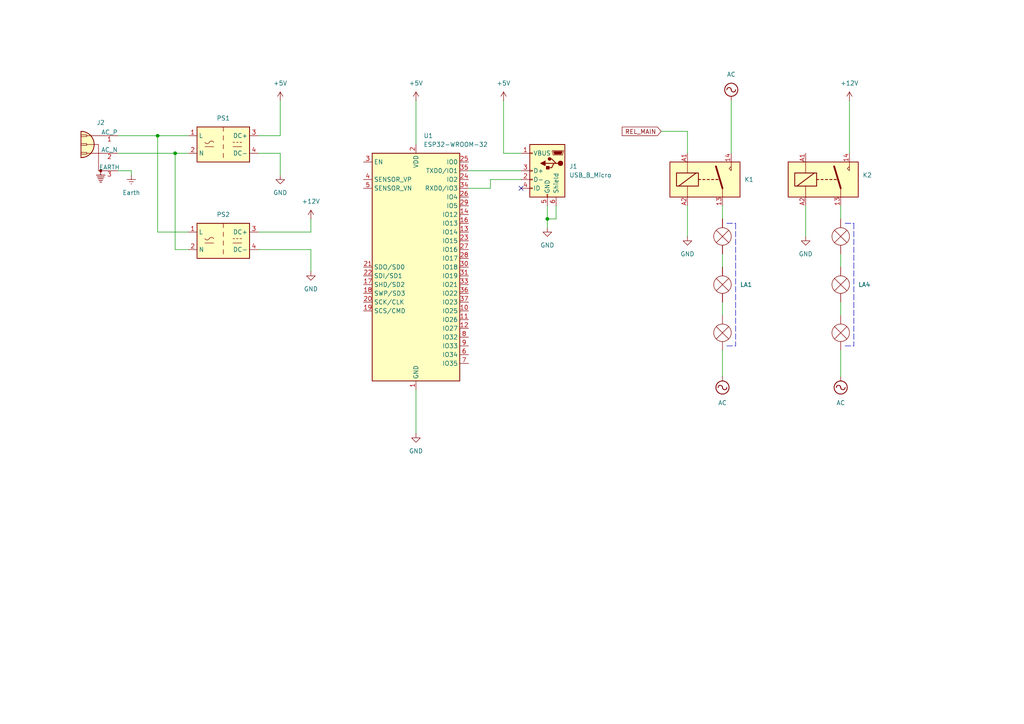
<source format=kicad_sch>
(kicad_sch (version 20231120) (generator "eeschema") (generator_version "8.0")
  (paper "A4")
  (title_block (title "Living module") (date "2024-08-29") (rev "0.1.0") (company "CircleLab Inc.") (comment 1 "Code version: 0.3.0"))
  (lib_symbols
    (symbol "Connector:Conn_WallSocket_Earth" (pin_names (offset 0))
      (property "Reference" "J" (at 3.81 6.985 0))
      (property "Value" "Conn_WallSocket_Earth" (at 7.62 2.54 90))
      (symbol "Conn_WallSocket_Earth_0_1"
        (circle (center 0 -5.08) (radius 0.3556) (fill (type outline)))
        (polyline (pts (xy -1.27 -6.35) (xy 1.27 -6.35)) (stroke (width 0.2032)))
        (polyline (pts (xy 0 -5.08) (xy 0 -6.35)) (stroke (width 0.2032)))
        (polyline (pts (xy 0.254 -8.382) (xy -0.254 -8.382)) (stroke (width 0.2032)))
        (polyline (pts (xy 0.508 -7.874) (xy -0.508 -7.874)) (stroke (width 0.2032)))
        (polyline (pts (xy 0.762 -7.366) (xy -0.762 -7.366)) (stroke (width 0.2032)))
        (polyline (pts (xy 1.016 -6.858) (xy -1.016 -6.858)) (stroke (width 0.2032)))
        (polyline (pts (xy 4.064 0) (xy 0 0)))
        (polyline (pts (xy 4.064 5.08) (xy 0 5.08)))
        (polyline (pts (xy 5.715 -1.27) (xy 5.715 6.35)) (stroke (width 0.254)))
        (polyline (pts (xy 0 -5.08) (xy 0.635 -5.08) (xy 0.635 2.54) (xy 4.064 2.54)))
        (rectangle (start 5.715 -0.254) (end 4.064 0.254))
        (rectangle (start 5.715 2.286) (end 4.064 2.794))
        (rectangle (start 5.715 4.826) (end 4.064 5.334))
        (arc (start 5.715 6.35) (mid 1.9216 2.54) (end 5.715 -1.27) (stroke (width 0.254)) (fill (type background)))
      )
      (symbol "Conn_WallSocket_Earth_1_1"
        (pin power_in line (at -5.08 5.08 0) (length 5.08) (name "AC_P") (number "1"))
        (pin power_in line (at -5.08 0 0) (length 5.08) (name "AC_N") (number "2"))
        (pin passive line (at -5.08 -5.08 0) (length 5.08) (name "EARTH") (number "3"))
      )
    )
    (symbol "Connector:USB_B_Micro" (pin_names (offset 1.016))
      (property "Reference" "J" (at -5.08 11.43 0))
      (property "Value" "USB_B_Micro" (at -5.08 8.89 0))
      (symbol "USB_B_Micro_0_1"
        (rectangle (start -5.08 -7.62) (end 5.08 7.62) (stroke (width 0.254)) (fill (type background)))
        (circle (center -3.81 2.159) (radius 0.635) (stroke (width 0.254)) (fill (type outline)))
        (circle (center -0.635 3.429) (radius 0.381) (stroke (width 0.254)) (fill (type outline)))
        (rectangle (start -0.127 -7.62) (end 0.127 -6.858))
        (polyline (pts (xy -1.905 2.159) (xy 0.635 2.159)) (stroke (width 0.254)))
        (polyline (pts (xy -3.175 2.159) (xy -2.54 2.159) (xy -1.27 3.429) (xy -0.635 3.429)) (stroke (width 0.254)))
        (polyline (pts (xy -2.54 2.159) (xy -1.905 2.159) (xy -1.27 0.889) (xy 0 0.889)) (stroke (width 0.254)))
        (polyline (pts (xy 0.635 2.794) (xy 0.635 1.524) (xy 1.905 2.159) (xy 0.635 2.794)) (stroke (width 0.254)) (fill (type outline)))
        (polyline (pts (xy -4.318 5.588) (xy -1.778 5.588) (xy -2.032 4.826) (xy -4.064 4.826) (xy -4.318 5.588)) (fill (type outline)))
        (polyline (pts (xy -4.699 5.842) (xy -4.699 5.588) (xy -4.445 4.826) (xy -4.445 4.572) (xy -1.651 4.572) (xy -1.651 4.826) (xy -1.397 5.588) (xy -1.397 5.842) (xy -4.699 5.842)))
        (rectangle (start 0.254 1.27) (end -0.508 0.508) (stroke (width 0.254)) (fill (type outline)))
        (rectangle (start 5.08 -5.207) (end 4.318 -4.953))
        (rectangle (start 5.08 -2.667) (end 4.318 -2.413))
        (rectangle (start 5.08 -0.127) (end 4.318 0.127))
        (rectangle (start 5.08 4.953) (end 4.318 5.207))
      )
      (symbol "USB_B_Micro_1_1"
        (pin power_out line (at 7.62 5.08 180) (length 2.54) (name "VBUS") (number "1"))
        (pin bidirectional line (at 7.62 -2.54 180) (length 2.54) (name "D-") (number "2"))
        (pin bidirectional line (at 7.62 0 180) (length 2.54) (name "D+") (number "3"))
        (pin passive line (at 7.62 -5.08 180) (length 2.54) (name "ID") (number "4"))
        (pin power_out line (at 0 -10.16 90) (length 2.54) (name "GND") (number "5"))
        (pin passive line (at -2.54 -10.16 90) (length 2.54) (name "Shield") (number "6"))
      )
    )
    (symbol "Converter_ACDC:VTX-214-010-103"
      (property "Reference" "PS" (at 0 8.89 0))
      (property "Value" "VTX-214-010-103" (at 0 6.35 0))
      (symbol "VTX-214-010-103_0_1"
        (rectangle (start -7.62 5.08) (end 7.62 -5.08) (stroke (width 0.254)) (fill (type background)))
        (arc (start -5.334 0.635) (mid -4.699 0.2495) (end -4.064 0.635))
        (arc (start -2.794 0.635) (mid -3.429 1.0072) (end -4.064 0.635))
        (polyline (pts (xy -5.334 -0.635) (xy -2.794 -0.635)))
        (polyline (pts (xy 2.794 -0.635) (xy 5.334 -0.635)))
        (polyline (pts (xy 2.794 0.635) (xy 3.302 0.635)))
        (polyline (pts (xy 3.81 0.635) (xy 4.318 0.635)))
        (polyline (pts (xy 4.826 0.635) (xy 5.334 0.635)))
      )
      (symbol "VTX-214-010-103_1_1"
        (polyline (pts (xy 0 -2.54) (xy 0 -3.81)))
        (polyline (pts (xy 0 0) (xy 0 -1.27)))
        (polyline (pts (xy 0 2.54) (xy 0 1.27)))
        (polyline (pts (xy 0 5.08) (xy 0 3.81)))
        (pin power_in line (at -10.16 2.54 0) (length 2.54) (name "L") (number "1"))
        (pin power_in line (at -10.16 -2.54 0) (length 2.54) (name "N") (number "2"))
        (pin power_out line (at 10.16 2.54 180) (length 2.54) (name "DC+") (number "3"))
        (pin power_out line (at 10.16 -2.54 180) (length 2.54) (name "DC-") (number "4"))
      )
    )
    (symbol "Device:Lamp" (pin_numbers hide) (pin_names (offset 0.0254) hide)
      (property "Reference" "LA" (at 0.635 3.81 0))
      (property "Value" "Lamp" (at 0.635 -3.81 0))
      (symbol "Lamp_0_1"
        (polyline (pts (xy -1.778 1.778) (xy 1.778 -1.778)))
        (polyline (pts (xy 1.778 1.778) (xy -1.778 -1.778)))
        (circle (center 0 0) (radius 2.54))
      )
      (symbol "Lamp_1_1"
        (pin passive line (at 0 -5.08 90) (length 2.54) (name "-") (number "1"))
        (pin passive line (at 0 5.08 270) (length 2.54) (name "+") (number "2"))
      )
    )
    (symbol "RF_Module:ESP32-WROOM-32"
      (property "Reference" "U" (at -12.7 34.29 0))
      (property "Value" "ESP32-WROOM-32" (at 1.27 34.29 0))
      (symbol "ESP32-WROOM-32_0_1"
        (rectangle (start -12.7 33.02) (end 12.7 -33.02) (stroke (width 0.254)) (fill (type background)))
      )
      (symbol "ESP32-WROOM-32_1_1"
        (pin power_in line (at 0 -35.56 90) (length 2.54) (name "GND") (number "1"))
        (pin bidirectional line (at 15.24 -12.7 180) (length 2.54) (name "IO25") (number "10"))
        (pin bidirectional line (at 15.24 -15.24 180) (length 2.54) (name "IO26") (number "11"))
        (pin bidirectional line (at 15.24 -17.78 180) (length 2.54) (name "IO27") (number "12"))
        (pin bidirectional line (at 15.24 10.16 180) (length 2.54) (name "IO14") (number "13"))
        (pin bidirectional line (at 15.24 15.24 180) (length 2.54) (name "IO12") (number "14"))
        (pin passive line (at 0 -35.56 90) (length 2.54) hide (name "GND") (number "15"))
        (pin bidirectional line (at 15.24 12.7 180) (length 2.54) (name "IO13") (number "16"))
        (pin bidirectional line (at -15.24 -5.08 0) (length 2.54) (name "SHD/SD2") (number "17"))
        (pin bidirectional line (at -15.24 -7.62 0) (length 2.54) (name "SWP/SD3") (number "18"))
        (pin bidirectional line (at -15.24 -12.7 0) (length 2.54) (name "SCS/CMD") (number "19"))
        (pin power_in line (at 0 35.56 270) (length 2.54) (name "VDD") (number "2"))
        (pin bidirectional line (at -15.24 -10.16 0) (length 2.54) (name "SCK/CLK") (number "20"))
        (pin bidirectional line (at -15.24 0 0) (length 2.54) (name "SDO/SD0") (number "21"))
        (pin bidirectional line (at -15.24 -2.54 0) (length 2.54) (name "SDI/SD1") (number "22"))
        (pin bidirectional line (at 15.24 7.62 180) (length 2.54) (name "IO15") (number "23"))
        (pin bidirectional line (at 15.24 25.4 180) (length 2.54) (name "IO2") (number "24"))
        (pin bidirectional line (at 15.24 30.48 180) (length 2.54) (name "IO0") (number "25"))
        (pin bidirectional line (at 15.24 20.32 180) (length 2.54) (name "IO4") (number "26"))
        (pin bidirectional line (at 15.24 5.08 180) (length 2.54) (name "IO16") (number "27"))
        (pin bidirectional line (at 15.24 2.54 180) (length 2.54) (name "IO17") (number "28"))
        (pin bidirectional line (at 15.24 17.78 180) (length 2.54) (name "IO5") (number "29"))
        (pin input line (at -15.24 30.48 0) (length 2.54) (name "EN") (number "3"))
        (pin bidirectional line (at 15.24 0 180) (length 2.54) (name "IO18") (number "30"))
        (pin bidirectional line (at 15.24 -2.54 180) (length 2.54) (name "IO19") (number "31"))
        (pin no_connect line (at -12.7 -27.94 0) (length 2.54) hide (name "NC") (number "32"))
        (pin bidirectional line (at 15.24 -5.08 180) (length 2.54) (name "IO21") (number "33"))
        (pin bidirectional line (at 15.24 22.86 180) (length 2.54) (name "RXD0/IO3") (number "34"))
        (pin bidirectional line (at 15.24 27.94 180) (length 2.54) (name "TXD0/IO1") (number "35"))
        (pin bidirectional line (at 15.24 -7.62 180) (length 2.54) (name "IO22") (number "36"))
        (pin bidirectional line (at 15.24 -10.16 180) (length 2.54) (name "IO23") (number "37"))
        (pin passive line (at 0 -35.56 90) (length 2.54) hide (name "GND") (number "38"))
        (pin passive line (at 0 -35.56 90) (length 2.54) hide (name "GND") (number "39"))
        (pin input line (at -15.24 25.4 0) (length 2.54) (name "SENSOR_VP") (number "4"))
        (pin input line (at -15.24 22.86 0) (length 2.54) (name "SENSOR_VN") (number "5"))
        (pin input line (at 15.24 -25.4 180) (length 2.54) (name "IO34") (number "6"))
        (pin input line (at 15.24 -27.94 180) (length 2.54) (name "IO35") (number "7"))
        (pin bidirectional line (at 15.24 -20.32 180) (length 2.54) (name "IO32") (number "8"))
        (pin bidirectional line (at 15.24 -22.86 180) (length 2.54) (name "IO33") (number "9"))
      )
    )
    (symbol "Relay:Fujitsu_FTR-LYAA005x"
      (property "Reference" "K" (at 11.43 3.81 0))
      (property "Value" "Fujitsu_FTR-LYAA005x" (at 11.43 1.27 0))
      (symbol "Fujitsu_FTR-LYAA005x_0_0"
        (polyline (pts (xy 7.62 5.08) (xy 7.62 2.54) (xy 6.985 3.175) (xy 7.62 3.81)))
      )
      (symbol "Fujitsu_FTR-LYAA005x_0_1"
        (rectangle (start -10.16 5.08) (end 10.16 -5.08) (stroke (width 0.254)) (fill (type background)))
        (rectangle (start -8.255 1.905) (end -1.905 -1.905) (stroke (width 0.254)))
        (polyline (pts (xy -7.62 -1.905) (xy -2.54 1.905)) (stroke (width 0.254)))
        (polyline (pts (xy -5.08 -5.08) (xy -5.08 -1.905)))
        (polyline (pts (xy -5.08 5.08) (xy -5.08 1.905)))
        (polyline (pts (xy -1.905 0) (xy -1.27 0)) (stroke (width 0.254)))
        (polyline (pts (xy -0.635 0) (xy 0 0)) (stroke (width 0.254)))
        (polyline (pts (xy 0.635 0) (xy 1.27 0)) (stroke (width 0.254)))
        (polyline (pts (xy 1.905 0) (xy 2.54 0)) (stroke (width 0.254)))
        (polyline (pts (xy 3.175 0) (xy 3.81 0)) (stroke (width 0.254)))
        (polyline (pts (xy 5.08 -2.54) (xy 3.175 3.81)) (stroke (width 0.508)))
        (polyline (pts (xy 5.08 -2.54) (xy 5.08 -5.08)))
      )
      (symbol "Fujitsu_FTR-LYAA005x_1_1"
        (pin passive line (at 5.08 -7.62 90) (length 2.54) (name "~") (number "13"))
        (pin passive line (at 7.62 7.62 270) (length 2.54) (name "~") (number "14"))
        (pin passive line (at -5.08 7.62 270) (length 2.54) (name "~") (number "A1"))
        (pin passive line (at -5.08 -7.62 90) (length 2.54) (name "~") (number "A2"))
      )
    )
    (symbol "power:+12V" (power) (pin_numbers hide) (pin_names (offset 0) hide)
      (property "Value" "+12V" (at 0 3.556 0))
      (symbol "+12V_0_1"
        (polyline (pts (xy -0.762 1.27) (xy 0 2.54)))
        (polyline (pts (xy 0 0) (xy 0 2.54)))
        (polyline (pts (xy 0 2.54) (xy 0.762 1.27)))
      )
      (symbol "+12V_1_1"
        (pin power_in line (at 0 0 90) (length 0) (name "~") (number "1"))
      )
    )
    (symbol "power:+5V" (power) (pin_numbers hide) (pin_names (offset 0) hide)
      (property "Value" "+5V" (at 0 3.556 0))
      (symbol "+5V_0_1"
        (polyline (pts (xy -0.762 1.27) (xy 0 2.54)))
        (polyline (pts (xy 0 0) (xy 0 2.54)))
        (polyline (pts (xy 0 2.54) (xy 0.762 1.27)))
      )
      (symbol "+5V_1_1"
        (pin power_in line (at 0 0 90) (length 0) (name "~") (number "1"))
      )
    )
    (symbol "power:AC" (power) (pin_numbers hide) (pin_names (offset 0) hide)
      (property "Value" "AC" (at 0 6.35 0))
      (symbol "AC_0_1"
        (polyline (pts (xy 0 0) (xy 0 1.27)))
        (arc (start 0 3.175) (mid -0.635 3.8073) (end -1.27 3.175) (stroke (width 0.254)))
        (arc (start 0 3.175) (mid 0.635 2.5427) (end 1.27 3.175) (stroke (width 0.254)))
        (circle (center 0 3.175) (radius 1.905) (stroke (width 0.254)))
      )
      (symbol "AC_1_1"
        (pin power_in line (at 0 0 90) (length 0) (name "~") (number "1"))
      )
    )
    (symbol "power:Earth" (power) (pin_numbers hide) (pin_names (offset 0) hide)
      (property "Value" "Earth" (at 0 -3.81 0))
      (symbol "Earth_0_1"
        (polyline (pts (xy -0.635 -1.905) (xy 0.635 -1.905)))
        (polyline (pts (xy -0.127 -2.54) (xy 0.127 -2.54)))
        (polyline (pts (xy 0 -1.27) (xy 0 0)))
        (polyline (pts (xy 1.27 -1.27) (xy -1.27 -1.27)))
      )
      (symbol "Earth_1_1"
        (pin power_in line (at 0 0 270) (length 0) (name "~") (number "1"))
      )
    )
    (symbol "power:GND" (power) (pin_numbers hide) (pin_names (offset 0) hide)
      (property "Value" "GND" (at 0 -3.81 0))
      (symbol "GND_0_1"
        (polyline (pts (xy 0 0) (xy 0 -1.27) (xy 1.27 -1.27) (xy 0 -2.54) (xy -1.27 -1.27) (xy 0 -1.27)))
      )
      (symbol "GND_1_1"
        (pin power_in line (at 0 0 270) (length 0) (name "~") (number "1"))
      )
    )
  )
  (junction (at 45.72 39.37))
  (junction (at 50.8 44.45))
  (junction (at 158.75 63.5))
  (no_connect (at 151.13 54.61))
  (wire (pts (xy 146.05 29.21) (xy 146.05 44.45)))
  (wire (pts (xy 45.72 67.31) (xy 54.61 67.31)))
  (wire (pts (xy 38.1 49.53) (xy 34.29 49.53)))
  (wire (pts (xy 50.8 44.45) (xy 54.61 44.45)))
  (wire (pts (xy 50.8 44.45) (xy 50.8 72.39)))
  (wire (pts (xy 90.17 63.5) (xy 90.17 67.31)))
  (wire (pts (xy 135.89 49.53) (xy 151.13 49.53)))
  (wire (pts (xy 158.75 63.5) (xy 158.75 66.04)))
  (wire (pts (xy 90.17 67.31) (xy 74.93 67.31)))
  (wire (pts (xy 135.89 54.61) (xy 142.24 54.61)))
  (wire (pts (xy 34.29 39.37) (xy 45.72 39.37)))
  (wire (pts (xy 199.39 59.69) (xy 199.39 68.58)))
  (wire (pts (xy 45.72 39.37) (xy 54.61 39.37)))
  (wire (pts (xy 161.29 59.69) (xy 161.29 63.5)))
  (wire (pts (xy 50.8 72.39) (xy 54.61 72.39)))
  (wire (pts (xy 120.65 113.03) (xy 120.65 125.73)))
  (polyline (pts (xy 210.82 100.33) (xy 213.36 100.33)) (stroke (width 0) (type dash)))
  (wire (pts (xy 74.93 72.39) (xy 90.17 72.39)))
  (wire (pts (xy 212.09 29.21) (xy 212.09 44.45)))
  (wire (pts (xy 233.68 59.69) (xy 233.68 68.58)))
  (polyline (pts (xy 245.11 64.77) (xy 247.65 64.77)) (stroke (width 0) (type dash)))
  (wire (pts (xy 161.29 63.5) (xy 158.75 63.5)))
  (polyline (pts (xy 213.36 64.77) (xy 213.36 100.33)) (stroke (width 0) (type dash)))
  (wire (pts (xy 209.55 101.6) (xy 209.55 109.22)))
  (wire (pts (xy 158.75 59.69) (xy 158.75 63.5)))
  (wire (pts (xy 199.39 38.1) (xy 199.39 44.45)))
  (wire (pts (xy 34.29 44.45) (xy 50.8 44.45)))
  (wire (pts (xy 243.84 87.63) (xy 243.84 91.44)))
  (wire (pts (xy 243.84 59.69) (xy 243.84 63.5)))
  (wire (pts (xy 45.72 39.37) (xy 45.72 67.31)))
  (wire (pts (xy 146.05 44.45) (xy 151.13 44.45)))
  (polyline (pts (xy 247.65 64.77) (xy 247.65 100.33)) (stroke (width 0) (type dash)))
  (wire (pts (xy 209.55 87.63) (xy 209.55 91.44)))
  (wire (pts (xy 243.84 101.6) (xy 243.84 109.22)))
  (wire (pts (xy 81.28 29.21) (xy 81.28 39.37)))
  (wire (pts (xy 74.93 44.45) (xy 81.28 44.45)))
  (polyline (pts (xy 210.82 64.77) (xy 213.36 64.77)) (stroke (width 0) (type dash)))
  (wire (pts (xy 142.24 54.61) (xy 142.24 52.07)))
  (wire (pts (xy 191.77 38.1) (xy 199.39 38.1)))
  (wire (pts (xy 120.65 29.21) (xy 120.65 41.91)))
  (polyline (pts (xy 245.11 100.33) (xy 247.65 100.33)) (stroke (width 0) (type dash)))
  (wire (pts (xy 81.28 44.45) (xy 81.28 50.8)))
  (wire (pts (xy 243.84 73.66) (xy 243.84 77.47)))
  (wire (pts (xy 81.28 39.37) (xy 74.93 39.37)))
  (wire (pts (xy 142.24 52.07) (xy 151.13 52.07)))
  (wire (pts (xy 209.55 73.66) (xy 209.55 77.47)))
  (wire (pts (xy 90.17 72.39) (xy 90.17 78.74)))
  (wire (pts (xy 38.1 50.8) (xy 38.1 49.53)))
  (wire (pts (xy 246.38 29.21) (xy 246.38 44.45)))
  (wire (pts (xy 209.55 59.69) (xy 209.55 63.5)))
  (global_label "REL_MAIN" (shape input) (at 191.77 38.1 180) (property "Intersheetrefs" "${INTERSHEET_REFS}" (effects (hide yes))))
  (symbol (lib_id "RF_Module:ESP32-WROOM-32") (at 120.65 77.47 0) (unit 1)
    (property "Reference" "U1" (at 122.8441 39.37 0) (effects (justify left)))
    (property "Value" "ESP32-WROOM-32" (at 122.8441 41.91 0) (effects (justify left)))
    (property "Footprint" "RF_Module:ESP32-WROOM-32" (effects (hide yes)))
    (property "Datasheet" "https://www.espressif.com/sites/default/files/documentation/esp32-wroom-32_datasheet_en.pdf" (effects (hide yes)))
    (property "Description" "RF Module, ESP32-D0WDQ6 SoC, Wi-Fi 802.11b/g/n, Bluetooth, BLE, 32-bit, 2.7-3.6V, onboard antenna, SMD" (effects (hide yes)))
  )
  (symbol (lib_id "power:GND") (at 199.39 68.58 0) (unit 1)
    (property "Reference" "#PWR010" (effects (hide yes)))
    (property "Value" "GND" (at 199.39 73.66 0))
    (property "Description" "Power symbol creates a global label with name \"GND\" , ground" (effects (hide yes)))
  )
  (symbol (lib_id "Relay:Fujitsu_FTR-LYAA005x") (at 238.76 52.07 0) (unit 1)
    (property "Reference" "K2" (at 250.19 50.7999 0) (effects (justify left)))
    (property "Value" "Fujitsu_FTR-LYAA005x" (effects (hide yes)))
    (property "Footprint" "Relay_THT:Relay_SPST-NO_Fujitsu_FTR-LYAA005x_FormA_Vertical" (effects (hide yes)))
    (property "Datasheet" "https://www.fujitsu.com/sg/imagesgig5/ftr-ly.pdf" (effects (hide yes)))
    (property "Description" "Relay, SPST Form A, vertical mount, 5-60V coil, 6A, 250VAC, 28 x 5 x 15mm" (effects (hide yes)))
  )
  (symbol (lib_id "Connector:USB_B_Micro") (at 158.75 49.53 0) (mirror y) (unit 1)
    (property "Reference" "J1" (at 165.1 48.2599 0) (effects (justify right)))
    (property "Value" "USB_B_Micro" (at 165.1 50.7999 0) (effects (justify right)))
    (property "Description" "USB Micro Type B connector" (effects (hide yes)))
  )
  (symbol (lib_id "power:GND") (at 81.28 50.8 0) (unit 1)
    (property "Reference" "#PWR06" (effects (hide yes)))
    (property "Value" "GND" (at 81.28 55.88 0))
    (property "Description" "Power symbol creates a global label with name \"GND\" , ground" (effects (hide yes)))
  )
  (symbol (lib_id "power:GND") (at 158.75 66.04 0) (unit 1)
    (property "Reference" "#PWR03" (effects (hide yes)))
    (property "Value" "GND" (at 158.75 71.12 0))
    (property "Description" "Power symbol creates a global label with name \"GND\" , ground" (effects (hide yes)))
  )
  (symbol (lib_id "Device:Lamp") (at 209.55 82.55 0) (unit 1)
    (property "Reference" "LA2" (effects (hide yes)))
    (property "Value" "Lamp" (effects (hide yes)))
    (property "Description" "Lamp" (effects (hide yes)))
  )
  (symbol (lib_id "power:AC") (at 243.84 109.22 180) (unit 1)
    (property "Reference" "#PWR015" (effects (hide yes)))
    (property "Value" "AC" (at 243.84 116.84 0))
    (property "Description" "Power symbol creates a global label with name \"AC\"" (effects (hide yes)))
  )
  (symbol (lib_id "Connector:Conn_WallSocket_Earth") (at 29.21 44.45 0) (mirror y) (unit 1)
    (property "Reference" "J2" (at 29.21 35.56 0))
    (property "Value" "Conn_WallSocket_Earth" (effects (hide yes)))
    (property "Description" "3-pin german wall socket, with Earth wire (110VAC, 220VAC)" (effects (hide yes)))
  )
  (symbol (lib_id "power:GND") (at 120.65 125.73 0) (unit 1)
    (property "Reference" "#PWR02" (effects (hide yes)))
    (property "Value" "GND" (at 120.65 130.81 0))
    (property "Description" "Power symbol creates a global label with name \"GND\" , ground" (effects (hide yes)))
  )
  (symbol (lib_id "power:+12V") (at 246.38 29.21 0) (unit 1)
    (property "Reference" "#PWR013" (effects (hide yes)))
    (property "Value" "+12V" (at 246.38 24.13 0))
    (property "Description" "Power symbol creates a global label with name \"+12V\"" (effects (hide yes)))
  )
  (symbol (lib_id "Device:Lamp") (at 243.84 68.58 0) (unit 1)
    (property "Reference" "LA4" (at 248.92 82.55 0) (effects (justify left)))
    (property "Value" "Lamp" (effects (hide yes)))
    (property "Description" "Lamp" (effects (hide yes)))
  )
  (symbol (lib_id "Converter_ACDC:VTX-214-010-103") (at 64.77 69.85 0) (unit 1)
    (property "Reference" "PS2" (at 64.77 62.23 0))
    (property "Value" "VTX-214-010-103" (effects (hide yes)))
    (property "Footprint" "Converter_ACDC:Converter_ACDC_Vigortronix_VTX-214-010-xxx_THT" (effects (hide yes)))
    (property "Datasheet" "http://www.vigortronix.com/10WattACDCPCBPowerModule.aspx" (effects (hide yes)))
    (property "Description" "3V Vigortronix 10W ACDC Converters" (effects (hide yes)))
  )
  (symbol (lib_id "power:GND") (at 90.17 78.74 0) (unit 1)
    (property "Reference" "#PWR08" (effects (hide yes)))
    (property "Value" "GND" (at 90.17 83.82 0))
    (property "Description" "Power symbol creates a global label with name \"GND\" , ground" (effects (hide yes)))
  )
  (symbol (lib_id "Relay:Fujitsu_FTR-LYAA005x") (at 204.47 52.07 0) (unit 1)
    (property "Reference" "K1" (at 215.9 52.07 0) (effects (justify left)))
    (property "Value" "Fujitsu_FTR-LYAA005x" (effects (hide yes)))
    (property "Footprint" "Relay_THT:Relay_SPST-NO_Fujitsu_FTR-LYAA005x_FormA_Vertical" (effects (hide yes)))
    (property "Datasheet" "https://www.fujitsu.com/sg/imagesgig5/ftr-ly.pdf" (effects (hide yes)))
    (property "Description" "Relay, SPST Form A, vertical mount, 5-60V coil, 6A, 250VAC, 28 x 5 x 15mm" (effects (hide yes)))
  )
  (symbol (lib_id "Device:Lamp") (at 243.84 82.55 0) (unit 1)
    (property "Reference" "LA5" (effects (hide yes)))
    (property "Value" "Lamp" (effects (hide yes)))
    (property "Description" "Lamp" (effects (hide yes)))
  )
  (symbol (lib_id "Converter_ACDC:VTX-214-010-103") (at 64.77 41.91 0) (unit 1)
    (property "Reference" "PS1" (at 64.77 34.29 0))
    (property "Value" "VTX-214-010-103" (effects (hide yes)))
    (property "Footprint" "Converter_ACDC:Converter_ACDC_Vigortronix_VTX-214-010-xxx_THT" (effects (hide yes)))
    (property "Datasheet" "http://www.vigortronix.com/10WattACDCPCBPowerModule.aspx" (effects (hide yes)))
    (property "Description" "3V Vigortronix 10W ACDC Converters" (effects (hide yes)))
  )
  (symbol (lib_id "Device:Lamp") (at 209.55 96.52 0) (unit 1)
    (property "Reference" "LA3" (effects (hide yes)))
    (property "Value" "Lamp" (effects (hide yes)))
    (property "Description" "Lamp" (effects (hide yes)))
  )
  (symbol (lib_id "power:+12V") (at 90.17 63.5 0) (unit 1)
    (property "Reference" "#PWR09" (effects (hide yes)))
    (property "Value" "+12V" (at 90.17 58.42 0))
    (property "Description" "Power symbol creates a global label with name \"+12V\"" (effects (hide yes)))
  )
  (symbol (lib_id "power:+5V") (at 81.28 29.21 0) (unit 1)
    (property "Reference" "#PWR07" (effects (hide yes)))
    (property "Value" "+5V" (at 81.28 24.13 0))
    (property "Description" "Power symbol creates a global label with name \"+5V\"" (effects (hide yes)))
  )
  (symbol (lib_id "power:+5V") (at 146.05 29.21 0) (unit 1)
    (property "Reference" "#PWR04" (effects (hide yes)))
    (property "Value" "+5V" (at 146.05 24.13 0))
    (property "Description" "Power symbol creates a global label with name \"+5V\"" (effects (hide yes)))
  )
  (symbol (lib_id "power:+5V") (at 120.65 29.21 0) (unit 1)
    (property "Reference" "#PWR01" (effects (hide yes)))
    (property "Value" "+5V" (at 120.65 24.13 0))
    (property "Description" "Power symbol creates a global label with name \"+5V\"" (effects (hide yes)))
  )
  (symbol (lib_id "power:AC") (at 209.55 109.22 180) (unit 1)
    (property "Reference" "#PWR014" (effects (hide yes)))
    (property "Value" "AC" (at 209.55 116.84 0))
    (property "Description" "Power symbol creates a global label with name \"AC\"" (effects (hide yes)))
  )
  (symbol (lib_id "power:Earth") (at 38.1 50.8 0) (unit 1)
    (property "Reference" "#PWR05" (effects (hide yes)))
    (property "Value" "Earth" (at 38.1 55.88 0))
    (property "Description" "Power symbol creates a global label with name \"Earth\"" (effects (hide yes)))
  )
  (symbol (lib_id "power:AC") (at 212.09 29.21 0) (unit 1)
    (property "Reference" "#PWR012" (effects (hide yes)))
    (property "Value" "AC" (at 212.09 21.59 0))
    (property "Description" "Power symbol creates a global label with name \"AC\"" (effects (hide yes)))
  )
  (symbol (lib_id "power:GND") (at 233.68 68.58 0) (unit 1)
    (property "Reference" "#PWR011" (effects (hide yes)))
    (property "Value" "GND" (at 233.68 73.66 0))
    (property "Description" "Power symbol creates a global label with name \"GND\" , ground" (effects (hide yes)))
  )
  (symbol (lib_id "Device:Lamp") (at 243.84 96.52 0) (unit 1)
    (property "Reference" "LA6" (effects (hide yes)))
    (property "Value" "Lamp" (effects (hide yes)))
    (property "Description" "Lamp" (effects (hide yes)))
  )
  (symbol (lib_id "Device:Lamp") (at 209.55 68.58 0) (unit 1)
    (property "Reference" "LA1" (at 214.63 82.55 0) (effects (justify left)))
    (property "Value" "Lamp" (effects (hide yes)))
    (property "Description" "Lamp" (effects (hide yes)))
  )
)
</source>
